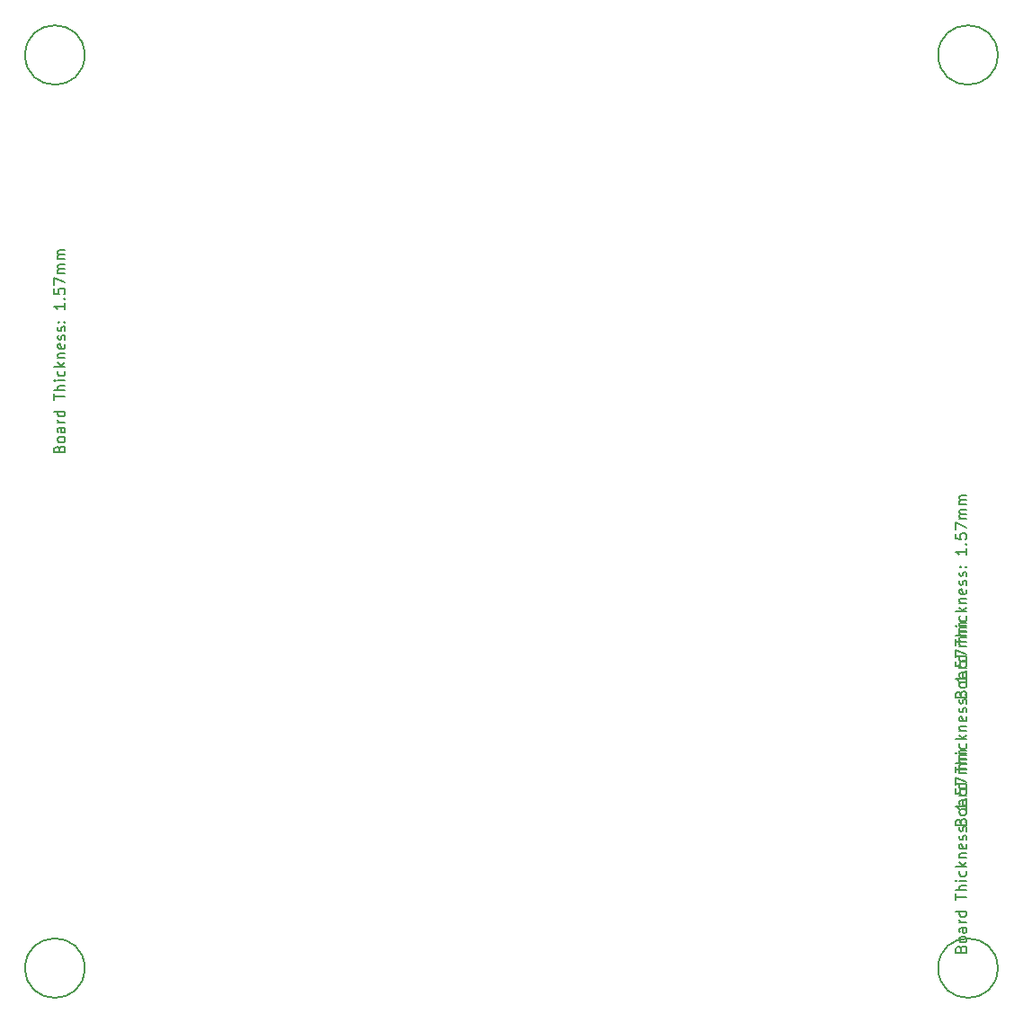
<source format=gbr>
%TF.GenerationSoftware,KiCad,Pcbnew,7.0.7*%
%TF.CreationDate,2023-12-06T15:46:57+00:00*%
%TF.ProjectId,Pi_TX_35W_PA_V2,50695f54-585f-4333-9557-5f50415f5632,rev?*%
%TF.SameCoordinates,Original*%
%TF.FileFunction,Other,Comment*%
%FSLAX46Y46*%
G04 Gerber Fmt 4.6, Leading zero omitted, Abs format (unit mm)*
G04 Created by KiCad (PCBNEW 7.0.7) date 2023-12-06 15:46:57*
%MOMM*%
%LPD*%
G01*
G04 APERTURE LIST*
%ADD10C,0.150000*%
G04 APERTURE END LIST*
D10*
X192331009Y-117190476D02*
X192378628Y-117047619D01*
X192378628Y-117047619D02*
X192426247Y-117000000D01*
X192426247Y-117000000D02*
X192521485Y-116952381D01*
X192521485Y-116952381D02*
X192664342Y-116952381D01*
X192664342Y-116952381D02*
X192759580Y-117000000D01*
X192759580Y-117000000D02*
X192807200Y-117047619D01*
X192807200Y-117047619D02*
X192854819Y-117142857D01*
X192854819Y-117142857D02*
X192854819Y-117523809D01*
X192854819Y-117523809D02*
X191854819Y-117523809D01*
X191854819Y-117523809D02*
X191854819Y-117190476D01*
X191854819Y-117190476D02*
X191902438Y-117095238D01*
X191902438Y-117095238D02*
X191950057Y-117047619D01*
X191950057Y-117047619D02*
X192045295Y-117000000D01*
X192045295Y-117000000D02*
X192140533Y-117000000D01*
X192140533Y-117000000D02*
X192235771Y-117047619D01*
X192235771Y-117047619D02*
X192283390Y-117095238D01*
X192283390Y-117095238D02*
X192331009Y-117190476D01*
X192331009Y-117190476D02*
X192331009Y-117523809D01*
X192854819Y-116380952D02*
X192807200Y-116476190D01*
X192807200Y-116476190D02*
X192759580Y-116523809D01*
X192759580Y-116523809D02*
X192664342Y-116571428D01*
X192664342Y-116571428D02*
X192378628Y-116571428D01*
X192378628Y-116571428D02*
X192283390Y-116523809D01*
X192283390Y-116523809D02*
X192235771Y-116476190D01*
X192235771Y-116476190D02*
X192188152Y-116380952D01*
X192188152Y-116380952D02*
X192188152Y-116238095D01*
X192188152Y-116238095D02*
X192235771Y-116142857D01*
X192235771Y-116142857D02*
X192283390Y-116095238D01*
X192283390Y-116095238D02*
X192378628Y-116047619D01*
X192378628Y-116047619D02*
X192664342Y-116047619D01*
X192664342Y-116047619D02*
X192759580Y-116095238D01*
X192759580Y-116095238D02*
X192807200Y-116142857D01*
X192807200Y-116142857D02*
X192854819Y-116238095D01*
X192854819Y-116238095D02*
X192854819Y-116380952D01*
X192854819Y-115190476D02*
X192331009Y-115190476D01*
X192331009Y-115190476D02*
X192235771Y-115238095D01*
X192235771Y-115238095D02*
X192188152Y-115333333D01*
X192188152Y-115333333D02*
X192188152Y-115523809D01*
X192188152Y-115523809D02*
X192235771Y-115619047D01*
X192807200Y-115190476D02*
X192854819Y-115285714D01*
X192854819Y-115285714D02*
X192854819Y-115523809D01*
X192854819Y-115523809D02*
X192807200Y-115619047D01*
X192807200Y-115619047D02*
X192711961Y-115666666D01*
X192711961Y-115666666D02*
X192616723Y-115666666D01*
X192616723Y-115666666D02*
X192521485Y-115619047D01*
X192521485Y-115619047D02*
X192473866Y-115523809D01*
X192473866Y-115523809D02*
X192473866Y-115285714D01*
X192473866Y-115285714D02*
X192426247Y-115190476D01*
X192854819Y-114714285D02*
X192188152Y-114714285D01*
X192378628Y-114714285D02*
X192283390Y-114666666D01*
X192283390Y-114666666D02*
X192235771Y-114619047D01*
X192235771Y-114619047D02*
X192188152Y-114523809D01*
X192188152Y-114523809D02*
X192188152Y-114428571D01*
X192854819Y-113666666D02*
X191854819Y-113666666D01*
X192807200Y-113666666D02*
X192854819Y-113761904D01*
X192854819Y-113761904D02*
X192854819Y-113952380D01*
X192854819Y-113952380D02*
X192807200Y-114047618D01*
X192807200Y-114047618D02*
X192759580Y-114095237D01*
X192759580Y-114095237D02*
X192664342Y-114142856D01*
X192664342Y-114142856D02*
X192378628Y-114142856D01*
X192378628Y-114142856D02*
X192283390Y-114095237D01*
X192283390Y-114095237D02*
X192235771Y-114047618D01*
X192235771Y-114047618D02*
X192188152Y-113952380D01*
X192188152Y-113952380D02*
X192188152Y-113761904D01*
X192188152Y-113761904D02*
X192235771Y-113666666D01*
X191854819Y-112571427D02*
X191854819Y-111999999D01*
X192854819Y-112285713D02*
X191854819Y-112285713D01*
X192854819Y-111666665D02*
X191854819Y-111666665D01*
X192854819Y-111238094D02*
X192331009Y-111238094D01*
X192331009Y-111238094D02*
X192235771Y-111285713D01*
X192235771Y-111285713D02*
X192188152Y-111380951D01*
X192188152Y-111380951D02*
X192188152Y-111523808D01*
X192188152Y-111523808D02*
X192235771Y-111619046D01*
X192235771Y-111619046D02*
X192283390Y-111666665D01*
X192854819Y-110761903D02*
X192188152Y-110761903D01*
X191854819Y-110761903D02*
X191902438Y-110809522D01*
X191902438Y-110809522D02*
X191950057Y-110761903D01*
X191950057Y-110761903D02*
X191902438Y-110714284D01*
X191902438Y-110714284D02*
X191854819Y-110761903D01*
X191854819Y-110761903D02*
X191950057Y-110761903D01*
X192807200Y-109857142D02*
X192854819Y-109952380D01*
X192854819Y-109952380D02*
X192854819Y-110142856D01*
X192854819Y-110142856D02*
X192807200Y-110238094D01*
X192807200Y-110238094D02*
X192759580Y-110285713D01*
X192759580Y-110285713D02*
X192664342Y-110333332D01*
X192664342Y-110333332D02*
X192378628Y-110333332D01*
X192378628Y-110333332D02*
X192283390Y-110285713D01*
X192283390Y-110285713D02*
X192235771Y-110238094D01*
X192235771Y-110238094D02*
X192188152Y-110142856D01*
X192188152Y-110142856D02*
X192188152Y-109952380D01*
X192188152Y-109952380D02*
X192235771Y-109857142D01*
X192854819Y-109428570D02*
X191854819Y-109428570D01*
X192473866Y-109333332D02*
X192854819Y-109047618D01*
X192188152Y-109047618D02*
X192569104Y-109428570D01*
X192188152Y-108619046D02*
X192854819Y-108619046D01*
X192283390Y-108619046D02*
X192235771Y-108571427D01*
X192235771Y-108571427D02*
X192188152Y-108476189D01*
X192188152Y-108476189D02*
X192188152Y-108333332D01*
X192188152Y-108333332D02*
X192235771Y-108238094D01*
X192235771Y-108238094D02*
X192331009Y-108190475D01*
X192331009Y-108190475D02*
X192854819Y-108190475D01*
X192807200Y-107333332D02*
X192854819Y-107428570D01*
X192854819Y-107428570D02*
X192854819Y-107619046D01*
X192854819Y-107619046D02*
X192807200Y-107714284D01*
X192807200Y-107714284D02*
X192711961Y-107761903D01*
X192711961Y-107761903D02*
X192331009Y-107761903D01*
X192331009Y-107761903D02*
X192235771Y-107714284D01*
X192235771Y-107714284D02*
X192188152Y-107619046D01*
X192188152Y-107619046D02*
X192188152Y-107428570D01*
X192188152Y-107428570D02*
X192235771Y-107333332D01*
X192235771Y-107333332D02*
X192331009Y-107285713D01*
X192331009Y-107285713D02*
X192426247Y-107285713D01*
X192426247Y-107285713D02*
X192521485Y-107761903D01*
X192807200Y-106904760D02*
X192854819Y-106809522D01*
X192854819Y-106809522D02*
X192854819Y-106619046D01*
X192854819Y-106619046D02*
X192807200Y-106523808D01*
X192807200Y-106523808D02*
X192711961Y-106476189D01*
X192711961Y-106476189D02*
X192664342Y-106476189D01*
X192664342Y-106476189D02*
X192569104Y-106523808D01*
X192569104Y-106523808D02*
X192521485Y-106619046D01*
X192521485Y-106619046D02*
X192521485Y-106761903D01*
X192521485Y-106761903D02*
X192473866Y-106857141D01*
X192473866Y-106857141D02*
X192378628Y-106904760D01*
X192378628Y-106904760D02*
X192331009Y-106904760D01*
X192331009Y-106904760D02*
X192235771Y-106857141D01*
X192235771Y-106857141D02*
X192188152Y-106761903D01*
X192188152Y-106761903D02*
X192188152Y-106619046D01*
X192188152Y-106619046D02*
X192235771Y-106523808D01*
X192807200Y-106095236D02*
X192854819Y-105999998D01*
X192854819Y-105999998D02*
X192854819Y-105809522D01*
X192854819Y-105809522D02*
X192807200Y-105714284D01*
X192807200Y-105714284D02*
X192711961Y-105666665D01*
X192711961Y-105666665D02*
X192664342Y-105666665D01*
X192664342Y-105666665D02*
X192569104Y-105714284D01*
X192569104Y-105714284D02*
X192521485Y-105809522D01*
X192521485Y-105809522D02*
X192521485Y-105952379D01*
X192521485Y-105952379D02*
X192473866Y-106047617D01*
X192473866Y-106047617D02*
X192378628Y-106095236D01*
X192378628Y-106095236D02*
X192331009Y-106095236D01*
X192331009Y-106095236D02*
X192235771Y-106047617D01*
X192235771Y-106047617D02*
X192188152Y-105952379D01*
X192188152Y-105952379D02*
X192188152Y-105809522D01*
X192188152Y-105809522D02*
X192235771Y-105714284D01*
X192759580Y-105238093D02*
X192807200Y-105190474D01*
X192807200Y-105190474D02*
X192854819Y-105238093D01*
X192854819Y-105238093D02*
X192807200Y-105285712D01*
X192807200Y-105285712D02*
X192759580Y-105238093D01*
X192759580Y-105238093D02*
X192854819Y-105238093D01*
X192235771Y-105238093D02*
X192283390Y-105190474D01*
X192283390Y-105190474D02*
X192331009Y-105238093D01*
X192331009Y-105238093D02*
X192283390Y-105285712D01*
X192283390Y-105285712D02*
X192235771Y-105238093D01*
X192235771Y-105238093D02*
X192331009Y-105238093D01*
X192854819Y-103476189D02*
X192854819Y-104047617D01*
X192854819Y-103761903D02*
X191854819Y-103761903D01*
X191854819Y-103761903D02*
X191997676Y-103857141D01*
X191997676Y-103857141D02*
X192092914Y-103952379D01*
X192092914Y-103952379D02*
X192140533Y-104047617D01*
X192759580Y-103047617D02*
X192807200Y-102999998D01*
X192807200Y-102999998D02*
X192854819Y-103047617D01*
X192854819Y-103047617D02*
X192807200Y-103095236D01*
X192807200Y-103095236D02*
X192759580Y-103047617D01*
X192759580Y-103047617D02*
X192854819Y-103047617D01*
X191854819Y-102095237D02*
X191854819Y-102571427D01*
X191854819Y-102571427D02*
X192331009Y-102619046D01*
X192331009Y-102619046D02*
X192283390Y-102571427D01*
X192283390Y-102571427D02*
X192235771Y-102476189D01*
X192235771Y-102476189D02*
X192235771Y-102238094D01*
X192235771Y-102238094D02*
X192283390Y-102142856D01*
X192283390Y-102142856D02*
X192331009Y-102095237D01*
X192331009Y-102095237D02*
X192426247Y-102047618D01*
X192426247Y-102047618D02*
X192664342Y-102047618D01*
X192664342Y-102047618D02*
X192759580Y-102095237D01*
X192759580Y-102095237D02*
X192807200Y-102142856D01*
X192807200Y-102142856D02*
X192854819Y-102238094D01*
X192854819Y-102238094D02*
X192854819Y-102476189D01*
X192854819Y-102476189D02*
X192807200Y-102571427D01*
X192807200Y-102571427D02*
X192759580Y-102619046D01*
X191854819Y-101714284D02*
X191854819Y-101047618D01*
X191854819Y-101047618D02*
X192854819Y-101476189D01*
X192854819Y-100666665D02*
X192188152Y-100666665D01*
X192283390Y-100666665D02*
X192235771Y-100619046D01*
X192235771Y-100619046D02*
X192188152Y-100523808D01*
X192188152Y-100523808D02*
X192188152Y-100380951D01*
X192188152Y-100380951D02*
X192235771Y-100285713D01*
X192235771Y-100285713D02*
X192331009Y-100238094D01*
X192331009Y-100238094D02*
X192854819Y-100238094D01*
X192331009Y-100238094D02*
X192235771Y-100190475D01*
X192235771Y-100190475D02*
X192188152Y-100095237D01*
X192188152Y-100095237D02*
X192188152Y-99952380D01*
X192188152Y-99952380D02*
X192235771Y-99857141D01*
X192235771Y-99857141D02*
X192331009Y-99809522D01*
X192331009Y-99809522D02*
X192854819Y-99809522D01*
X192854819Y-99333332D02*
X192188152Y-99333332D01*
X192283390Y-99333332D02*
X192235771Y-99285713D01*
X192235771Y-99285713D02*
X192188152Y-99190475D01*
X192188152Y-99190475D02*
X192188152Y-99047618D01*
X192188152Y-99047618D02*
X192235771Y-98952380D01*
X192235771Y-98952380D02*
X192331009Y-98904761D01*
X192331009Y-98904761D02*
X192854819Y-98904761D01*
X192331009Y-98904761D02*
X192235771Y-98857142D01*
X192235771Y-98857142D02*
X192188152Y-98761904D01*
X192188152Y-98761904D02*
X192188152Y-98619047D01*
X192188152Y-98619047D02*
X192235771Y-98523808D01*
X192235771Y-98523808D02*
X192331009Y-98476189D01*
X192331009Y-98476189D02*
X192854819Y-98476189D01*
X192331009Y-129190476D02*
X192378628Y-129047619D01*
X192378628Y-129047619D02*
X192426247Y-129000000D01*
X192426247Y-129000000D02*
X192521485Y-128952381D01*
X192521485Y-128952381D02*
X192664342Y-128952381D01*
X192664342Y-128952381D02*
X192759580Y-129000000D01*
X192759580Y-129000000D02*
X192807200Y-129047619D01*
X192807200Y-129047619D02*
X192854819Y-129142857D01*
X192854819Y-129142857D02*
X192854819Y-129523809D01*
X192854819Y-129523809D02*
X191854819Y-129523809D01*
X191854819Y-129523809D02*
X191854819Y-129190476D01*
X191854819Y-129190476D02*
X191902438Y-129095238D01*
X191902438Y-129095238D02*
X191950057Y-129047619D01*
X191950057Y-129047619D02*
X192045295Y-129000000D01*
X192045295Y-129000000D02*
X192140533Y-129000000D01*
X192140533Y-129000000D02*
X192235771Y-129047619D01*
X192235771Y-129047619D02*
X192283390Y-129095238D01*
X192283390Y-129095238D02*
X192331009Y-129190476D01*
X192331009Y-129190476D02*
X192331009Y-129523809D01*
X192854819Y-128380952D02*
X192807200Y-128476190D01*
X192807200Y-128476190D02*
X192759580Y-128523809D01*
X192759580Y-128523809D02*
X192664342Y-128571428D01*
X192664342Y-128571428D02*
X192378628Y-128571428D01*
X192378628Y-128571428D02*
X192283390Y-128523809D01*
X192283390Y-128523809D02*
X192235771Y-128476190D01*
X192235771Y-128476190D02*
X192188152Y-128380952D01*
X192188152Y-128380952D02*
X192188152Y-128238095D01*
X192188152Y-128238095D02*
X192235771Y-128142857D01*
X192235771Y-128142857D02*
X192283390Y-128095238D01*
X192283390Y-128095238D02*
X192378628Y-128047619D01*
X192378628Y-128047619D02*
X192664342Y-128047619D01*
X192664342Y-128047619D02*
X192759580Y-128095238D01*
X192759580Y-128095238D02*
X192807200Y-128142857D01*
X192807200Y-128142857D02*
X192854819Y-128238095D01*
X192854819Y-128238095D02*
X192854819Y-128380952D01*
X192854819Y-127190476D02*
X192331009Y-127190476D01*
X192331009Y-127190476D02*
X192235771Y-127238095D01*
X192235771Y-127238095D02*
X192188152Y-127333333D01*
X192188152Y-127333333D02*
X192188152Y-127523809D01*
X192188152Y-127523809D02*
X192235771Y-127619047D01*
X192807200Y-127190476D02*
X192854819Y-127285714D01*
X192854819Y-127285714D02*
X192854819Y-127523809D01*
X192854819Y-127523809D02*
X192807200Y-127619047D01*
X192807200Y-127619047D02*
X192711961Y-127666666D01*
X192711961Y-127666666D02*
X192616723Y-127666666D01*
X192616723Y-127666666D02*
X192521485Y-127619047D01*
X192521485Y-127619047D02*
X192473866Y-127523809D01*
X192473866Y-127523809D02*
X192473866Y-127285714D01*
X192473866Y-127285714D02*
X192426247Y-127190476D01*
X192854819Y-126714285D02*
X192188152Y-126714285D01*
X192378628Y-126714285D02*
X192283390Y-126666666D01*
X192283390Y-126666666D02*
X192235771Y-126619047D01*
X192235771Y-126619047D02*
X192188152Y-126523809D01*
X192188152Y-126523809D02*
X192188152Y-126428571D01*
X192854819Y-125666666D02*
X191854819Y-125666666D01*
X192807200Y-125666666D02*
X192854819Y-125761904D01*
X192854819Y-125761904D02*
X192854819Y-125952380D01*
X192854819Y-125952380D02*
X192807200Y-126047618D01*
X192807200Y-126047618D02*
X192759580Y-126095237D01*
X192759580Y-126095237D02*
X192664342Y-126142856D01*
X192664342Y-126142856D02*
X192378628Y-126142856D01*
X192378628Y-126142856D02*
X192283390Y-126095237D01*
X192283390Y-126095237D02*
X192235771Y-126047618D01*
X192235771Y-126047618D02*
X192188152Y-125952380D01*
X192188152Y-125952380D02*
X192188152Y-125761904D01*
X192188152Y-125761904D02*
X192235771Y-125666666D01*
X191854819Y-124571427D02*
X191854819Y-123999999D01*
X192854819Y-124285713D02*
X191854819Y-124285713D01*
X192854819Y-123666665D02*
X191854819Y-123666665D01*
X192854819Y-123238094D02*
X192331009Y-123238094D01*
X192331009Y-123238094D02*
X192235771Y-123285713D01*
X192235771Y-123285713D02*
X192188152Y-123380951D01*
X192188152Y-123380951D02*
X192188152Y-123523808D01*
X192188152Y-123523808D02*
X192235771Y-123619046D01*
X192235771Y-123619046D02*
X192283390Y-123666665D01*
X192854819Y-122761903D02*
X192188152Y-122761903D01*
X191854819Y-122761903D02*
X191902438Y-122809522D01*
X191902438Y-122809522D02*
X191950057Y-122761903D01*
X191950057Y-122761903D02*
X191902438Y-122714284D01*
X191902438Y-122714284D02*
X191854819Y-122761903D01*
X191854819Y-122761903D02*
X191950057Y-122761903D01*
X192807200Y-121857142D02*
X192854819Y-121952380D01*
X192854819Y-121952380D02*
X192854819Y-122142856D01*
X192854819Y-122142856D02*
X192807200Y-122238094D01*
X192807200Y-122238094D02*
X192759580Y-122285713D01*
X192759580Y-122285713D02*
X192664342Y-122333332D01*
X192664342Y-122333332D02*
X192378628Y-122333332D01*
X192378628Y-122333332D02*
X192283390Y-122285713D01*
X192283390Y-122285713D02*
X192235771Y-122238094D01*
X192235771Y-122238094D02*
X192188152Y-122142856D01*
X192188152Y-122142856D02*
X192188152Y-121952380D01*
X192188152Y-121952380D02*
X192235771Y-121857142D01*
X192854819Y-121428570D02*
X191854819Y-121428570D01*
X192473866Y-121333332D02*
X192854819Y-121047618D01*
X192188152Y-121047618D02*
X192569104Y-121428570D01*
X192188152Y-120619046D02*
X192854819Y-120619046D01*
X192283390Y-120619046D02*
X192235771Y-120571427D01*
X192235771Y-120571427D02*
X192188152Y-120476189D01*
X192188152Y-120476189D02*
X192188152Y-120333332D01*
X192188152Y-120333332D02*
X192235771Y-120238094D01*
X192235771Y-120238094D02*
X192331009Y-120190475D01*
X192331009Y-120190475D02*
X192854819Y-120190475D01*
X192807200Y-119333332D02*
X192854819Y-119428570D01*
X192854819Y-119428570D02*
X192854819Y-119619046D01*
X192854819Y-119619046D02*
X192807200Y-119714284D01*
X192807200Y-119714284D02*
X192711961Y-119761903D01*
X192711961Y-119761903D02*
X192331009Y-119761903D01*
X192331009Y-119761903D02*
X192235771Y-119714284D01*
X192235771Y-119714284D02*
X192188152Y-119619046D01*
X192188152Y-119619046D02*
X192188152Y-119428570D01*
X192188152Y-119428570D02*
X192235771Y-119333332D01*
X192235771Y-119333332D02*
X192331009Y-119285713D01*
X192331009Y-119285713D02*
X192426247Y-119285713D01*
X192426247Y-119285713D02*
X192521485Y-119761903D01*
X192807200Y-118904760D02*
X192854819Y-118809522D01*
X192854819Y-118809522D02*
X192854819Y-118619046D01*
X192854819Y-118619046D02*
X192807200Y-118523808D01*
X192807200Y-118523808D02*
X192711961Y-118476189D01*
X192711961Y-118476189D02*
X192664342Y-118476189D01*
X192664342Y-118476189D02*
X192569104Y-118523808D01*
X192569104Y-118523808D02*
X192521485Y-118619046D01*
X192521485Y-118619046D02*
X192521485Y-118761903D01*
X192521485Y-118761903D02*
X192473866Y-118857141D01*
X192473866Y-118857141D02*
X192378628Y-118904760D01*
X192378628Y-118904760D02*
X192331009Y-118904760D01*
X192331009Y-118904760D02*
X192235771Y-118857141D01*
X192235771Y-118857141D02*
X192188152Y-118761903D01*
X192188152Y-118761903D02*
X192188152Y-118619046D01*
X192188152Y-118619046D02*
X192235771Y-118523808D01*
X192807200Y-118095236D02*
X192854819Y-117999998D01*
X192854819Y-117999998D02*
X192854819Y-117809522D01*
X192854819Y-117809522D02*
X192807200Y-117714284D01*
X192807200Y-117714284D02*
X192711961Y-117666665D01*
X192711961Y-117666665D02*
X192664342Y-117666665D01*
X192664342Y-117666665D02*
X192569104Y-117714284D01*
X192569104Y-117714284D02*
X192521485Y-117809522D01*
X192521485Y-117809522D02*
X192521485Y-117952379D01*
X192521485Y-117952379D02*
X192473866Y-118047617D01*
X192473866Y-118047617D02*
X192378628Y-118095236D01*
X192378628Y-118095236D02*
X192331009Y-118095236D01*
X192331009Y-118095236D02*
X192235771Y-118047617D01*
X192235771Y-118047617D02*
X192188152Y-117952379D01*
X192188152Y-117952379D02*
X192188152Y-117809522D01*
X192188152Y-117809522D02*
X192235771Y-117714284D01*
X192759580Y-117238093D02*
X192807200Y-117190474D01*
X192807200Y-117190474D02*
X192854819Y-117238093D01*
X192854819Y-117238093D02*
X192807200Y-117285712D01*
X192807200Y-117285712D02*
X192759580Y-117238093D01*
X192759580Y-117238093D02*
X192854819Y-117238093D01*
X192235771Y-117238093D02*
X192283390Y-117190474D01*
X192283390Y-117190474D02*
X192331009Y-117238093D01*
X192331009Y-117238093D02*
X192283390Y-117285712D01*
X192283390Y-117285712D02*
X192235771Y-117238093D01*
X192235771Y-117238093D02*
X192331009Y-117238093D01*
X192854819Y-115476189D02*
X192854819Y-116047617D01*
X192854819Y-115761903D02*
X191854819Y-115761903D01*
X191854819Y-115761903D02*
X191997676Y-115857141D01*
X191997676Y-115857141D02*
X192092914Y-115952379D01*
X192092914Y-115952379D02*
X192140533Y-116047617D01*
X192759580Y-115047617D02*
X192807200Y-114999998D01*
X192807200Y-114999998D02*
X192854819Y-115047617D01*
X192854819Y-115047617D02*
X192807200Y-115095236D01*
X192807200Y-115095236D02*
X192759580Y-115047617D01*
X192759580Y-115047617D02*
X192854819Y-115047617D01*
X191854819Y-114095237D02*
X191854819Y-114571427D01*
X191854819Y-114571427D02*
X192331009Y-114619046D01*
X192331009Y-114619046D02*
X192283390Y-114571427D01*
X192283390Y-114571427D02*
X192235771Y-114476189D01*
X192235771Y-114476189D02*
X192235771Y-114238094D01*
X192235771Y-114238094D02*
X192283390Y-114142856D01*
X192283390Y-114142856D02*
X192331009Y-114095237D01*
X192331009Y-114095237D02*
X192426247Y-114047618D01*
X192426247Y-114047618D02*
X192664342Y-114047618D01*
X192664342Y-114047618D02*
X192759580Y-114095237D01*
X192759580Y-114095237D02*
X192807200Y-114142856D01*
X192807200Y-114142856D02*
X192854819Y-114238094D01*
X192854819Y-114238094D02*
X192854819Y-114476189D01*
X192854819Y-114476189D02*
X192807200Y-114571427D01*
X192807200Y-114571427D02*
X192759580Y-114619046D01*
X191854819Y-113714284D02*
X191854819Y-113047618D01*
X191854819Y-113047618D02*
X192854819Y-113476189D01*
X192854819Y-112666665D02*
X192188152Y-112666665D01*
X192283390Y-112666665D02*
X192235771Y-112619046D01*
X192235771Y-112619046D02*
X192188152Y-112523808D01*
X192188152Y-112523808D02*
X192188152Y-112380951D01*
X192188152Y-112380951D02*
X192235771Y-112285713D01*
X192235771Y-112285713D02*
X192331009Y-112238094D01*
X192331009Y-112238094D02*
X192854819Y-112238094D01*
X192331009Y-112238094D02*
X192235771Y-112190475D01*
X192235771Y-112190475D02*
X192188152Y-112095237D01*
X192188152Y-112095237D02*
X192188152Y-111952380D01*
X192188152Y-111952380D02*
X192235771Y-111857141D01*
X192235771Y-111857141D02*
X192331009Y-111809522D01*
X192331009Y-111809522D02*
X192854819Y-111809522D01*
X192854819Y-111333332D02*
X192188152Y-111333332D01*
X192283390Y-111333332D02*
X192235771Y-111285713D01*
X192235771Y-111285713D02*
X192188152Y-111190475D01*
X192188152Y-111190475D02*
X192188152Y-111047618D01*
X192188152Y-111047618D02*
X192235771Y-110952380D01*
X192235771Y-110952380D02*
X192331009Y-110904761D01*
X192331009Y-110904761D02*
X192854819Y-110904761D01*
X192331009Y-110904761D02*
X192235771Y-110857142D01*
X192235771Y-110857142D02*
X192188152Y-110761904D01*
X192188152Y-110761904D02*
X192188152Y-110619047D01*
X192188152Y-110619047D02*
X192235771Y-110523808D01*
X192235771Y-110523808D02*
X192331009Y-110476189D01*
X192331009Y-110476189D02*
X192854819Y-110476189D01*
X192331009Y-141190476D02*
X192378628Y-141047619D01*
X192378628Y-141047619D02*
X192426247Y-141000000D01*
X192426247Y-141000000D02*
X192521485Y-140952381D01*
X192521485Y-140952381D02*
X192664342Y-140952381D01*
X192664342Y-140952381D02*
X192759580Y-141000000D01*
X192759580Y-141000000D02*
X192807200Y-141047619D01*
X192807200Y-141047619D02*
X192854819Y-141142857D01*
X192854819Y-141142857D02*
X192854819Y-141523809D01*
X192854819Y-141523809D02*
X191854819Y-141523809D01*
X191854819Y-141523809D02*
X191854819Y-141190476D01*
X191854819Y-141190476D02*
X191902438Y-141095238D01*
X191902438Y-141095238D02*
X191950057Y-141047619D01*
X191950057Y-141047619D02*
X192045295Y-141000000D01*
X192045295Y-141000000D02*
X192140533Y-141000000D01*
X192140533Y-141000000D02*
X192235771Y-141047619D01*
X192235771Y-141047619D02*
X192283390Y-141095238D01*
X192283390Y-141095238D02*
X192331009Y-141190476D01*
X192331009Y-141190476D02*
X192331009Y-141523809D01*
X192854819Y-140380952D02*
X192807200Y-140476190D01*
X192807200Y-140476190D02*
X192759580Y-140523809D01*
X192759580Y-140523809D02*
X192664342Y-140571428D01*
X192664342Y-140571428D02*
X192378628Y-140571428D01*
X192378628Y-140571428D02*
X192283390Y-140523809D01*
X192283390Y-140523809D02*
X192235771Y-140476190D01*
X192235771Y-140476190D02*
X192188152Y-140380952D01*
X192188152Y-140380952D02*
X192188152Y-140238095D01*
X192188152Y-140238095D02*
X192235771Y-140142857D01*
X192235771Y-140142857D02*
X192283390Y-140095238D01*
X192283390Y-140095238D02*
X192378628Y-140047619D01*
X192378628Y-140047619D02*
X192664342Y-140047619D01*
X192664342Y-140047619D02*
X192759580Y-140095238D01*
X192759580Y-140095238D02*
X192807200Y-140142857D01*
X192807200Y-140142857D02*
X192854819Y-140238095D01*
X192854819Y-140238095D02*
X192854819Y-140380952D01*
X192854819Y-139190476D02*
X192331009Y-139190476D01*
X192331009Y-139190476D02*
X192235771Y-139238095D01*
X192235771Y-139238095D02*
X192188152Y-139333333D01*
X192188152Y-139333333D02*
X192188152Y-139523809D01*
X192188152Y-139523809D02*
X192235771Y-139619047D01*
X192807200Y-139190476D02*
X192854819Y-139285714D01*
X192854819Y-139285714D02*
X192854819Y-139523809D01*
X192854819Y-139523809D02*
X192807200Y-139619047D01*
X192807200Y-139619047D02*
X192711961Y-139666666D01*
X192711961Y-139666666D02*
X192616723Y-139666666D01*
X192616723Y-139666666D02*
X192521485Y-139619047D01*
X192521485Y-139619047D02*
X192473866Y-139523809D01*
X192473866Y-139523809D02*
X192473866Y-139285714D01*
X192473866Y-139285714D02*
X192426247Y-139190476D01*
X192854819Y-138714285D02*
X192188152Y-138714285D01*
X192378628Y-138714285D02*
X192283390Y-138666666D01*
X192283390Y-138666666D02*
X192235771Y-138619047D01*
X192235771Y-138619047D02*
X192188152Y-138523809D01*
X192188152Y-138523809D02*
X192188152Y-138428571D01*
X192854819Y-137666666D02*
X191854819Y-137666666D01*
X192807200Y-137666666D02*
X192854819Y-137761904D01*
X192854819Y-137761904D02*
X192854819Y-137952380D01*
X192854819Y-137952380D02*
X192807200Y-138047618D01*
X192807200Y-138047618D02*
X192759580Y-138095237D01*
X192759580Y-138095237D02*
X192664342Y-138142856D01*
X192664342Y-138142856D02*
X192378628Y-138142856D01*
X192378628Y-138142856D02*
X192283390Y-138095237D01*
X192283390Y-138095237D02*
X192235771Y-138047618D01*
X192235771Y-138047618D02*
X192188152Y-137952380D01*
X192188152Y-137952380D02*
X192188152Y-137761904D01*
X192188152Y-137761904D02*
X192235771Y-137666666D01*
X191854819Y-136571427D02*
X191854819Y-135999999D01*
X192854819Y-136285713D02*
X191854819Y-136285713D01*
X192854819Y-135666665D02*
X191854819Y-135666665D01*
X192854819Y-135238094D02*
X192331009Y-135238094D01*
X192331009Y-135238094D02*
X192235771Y-135285713D01*
X192235771Y-135285713D02*
X192188152Y-135380951D01*
X192188152Y-135380951D02*
X192188152Y-135523808D01*
X192188152Y-135523808D02*
X192235771Y-135619046D01*
X192235771Y-135619046D02*
X192283390Y-135666665D01*
X192854819Y-134761903D02*
X192188152Y-134761903D01*
X191854819Y-134761903D02*
X191902438Y-134809522D01*
X191902438Y-134809522D02*
X191950057Y-134761903D01*
X191950057Y-134761903D02*
X191902438Y-134714284D01*
X191902438Y-134714284D02*
X191854819Y-134761903D01*
X191854819Y-134761903D02*
X191950057Y-134761903D01*
X192807200Y-133857142D02*
X192854819Y-133952380D01*
X192854819Y-133952380D02*
X192854819Y-134142856D01*
X192854819Y-134142856D02*
X192807200Y-134238094D01*
X192807200Y-134238094D02*
X192759580Y-134285713D01*
X192759580Y-134285713D02*
X192664342Y-134333332D01*
X192664342Y-134333332D02*
X192378628Y-134333332D01*
X192378628Y-134333332D02*
X192283390Y-134285713D01*
X192283390Y-134285713D02*
X192235771Y-134238094D01*
X192235771Y-134238094D02*
X192188152Y-134142856D01*
X192188152Y-134142856D02*
X192188152Y-133952380D01*
X192188152Y-133952380D02*
X192235771Y-133857142D01*
X192854819Y-133428570D02*
X191854819Y-133428570D01*
X192473866Y-133333332D02*
X192854819Y-133047618D01*
X192188152Y-133047618D02*
X192569104Y-133428570D01*
X192188152Y-132619046D02*
X192854819Y-132619046D01*
X192283390Y-132619046D02*
X192235771Y-132571427D01*
X192235771Y-132571427D02*
X192188152Y-132476189D01*
X192188152Y-132476189D02*
X192188152Y-132333332D01*
X192188152Y-132333332D02*
X192235771Y-132238094D01*
X192235771Y-132238094D02*
X192331009Y-132190475D01*
X192331009Y-132190475D02*
X192854819Y-132190475D01*
X192807200Y-131333332D02*
X192854819Y-131428570D01*
X192854819Y-131428570D02*
X192854819Y-131619046D01*
X192854819Y-131619046D02*
X192807200Y-131714284D01*
X192807200Y-131714284D02*
X192711961Y-131761903D01*
X192711961Y-131761903D02*
X192331009Y-131761903D01*
X192331009Y-131761903D02*
X192235771Y-131714284D01*
X192235771Y-131714284D02*
X192188152Y-131619046D01*
X192188152Y-131619046D02*
X192188152Y-131428570D01*
X192188152Y-131428570D02*
X192235771Y-131333332D01*
X192235771Y-131333332D02*
X192331009Y-131285713D01*
X192331009Y-131285713D02*
X192426247Y-131285713D01*
X192426247Y-131285713D02*
X192521485Y-131761903D01*
X192807200Y-130904760D02*
X192854819Y-130809522D01*
X192854819Y-130809522D02*
X192854819Y-130619046D01*
X192854819Y-130619046D02*
X192807200Y-130523808D01*
X192807200Y-130523808D02*
X192711961Y-130476189D01*
X192711961Y-130476189D02*
X192664342Y-130476189D01*
X192664342Y-130476189D02*
X192569104Y-130523808D01*
X192569104Y-130523808D02*
X192521485Y-130619046D01*
X192521485Y-130619046D02*
X192521485Y-130761903D01*
X192521485Y-130761903D02*
X192473866Y-130857141D01*
X192473866Y-130857141D02*
X192378628Y-130904760D01*
X192378628Y-130904760D02*
X192331009Y-130904760D01*
X192331009Y-130904760D02*
X192235771Y-130857141D01*
X192235771Y-130857141D02*
X192188152Y-130761903D01*
X192188152Y-130761903D02*
X192188152Y-130619046D01*
X192188152Y-130619046D02*
X192235771Y-130523808D01*
X192807200Y-130095236D02*
X192854819Y-129999998D01*
X192854819Y-129999998D02*
X192854819Y-129809522D01*
X192854819Y-129809522D02*
X192807200Y-129714284D01*
X192807200Y-129714284D02*
X192711961Y-129666665D01*
X192711961Y-129666665D02*
X192664342Y-129666665D01*
X192664342Y-129666665D02*
X192569104Y-129714284D01*
X192569104Y-129714284D02*
X192521485Y-129809522D01*
X192521485Y-129809522D02*
X192521485Y-129952379D01*
X192521485Y-129952379D02*
X192473866Y-130047617D01*
X192473866Y-130047617D02*
X192378628Y-130095236D01*
X192378628Y-130095236D02*
X192331009Y-130095236D01*
X192331009Y-130095236D02*
X192235771Y-130047617D01*
X192235771Y-130047617D02*
X192188152Y-129952379D01*
X192188152Y-129952379D02*
X192188152Y-129809522D01*
X192188152Y-129809522D02*
X192235771Y-129714284D01*
X192759580Y-129238093D02*
X192807200Y-129190474D01*
X192807200Y-129190474D02*
X192854819Y-129238093D01*
X192854819Y-129238093D02*
X192807200Y-129285712D01*
X192807200Y-129285712D02*
X192759580Y-129238093D01*
X192759580Y-129238093D02*
X192854819Y-129238093D01*
X192235771Y-129238093D02*
X192283390Y-129190474D01*
X192283390Y-129190474D02*
X192331009Y-129238093D01*
X192331009Y-129238093D02*
X192283390Y-129285712D01*
X192283390Y-129285712D02*
X192235771Y-129238093D01*
X192235771Y-129238093D02*
X192331009Y-129238093D01*
X192854819Y-127476189D02*
X192854819Y-128047617D01*
X192854819Y-127761903D02*
X191854819Y-127761903D01*
X191854819Y-127761903D02*
X191997676Y-127857141D01*
X191997676Y-127857141D02*
X192092914Y-127952379D01*
X192092914Y-127952379D02*
X192140533Y-128047617D01*
X192759580Y-127047617D02*
X192807200Y-126999998D01*
X192807200Y-126999998D02*
X192854819Y-127047617D01*
X192854819Y-127047617D02*
X192807200Y-127095236D01*
X192807200Y-127095236D02*
X192759580Y-127047617D01*
X192759580Y-127047617D02*
X192854819Y-127047617D01*
X191854819Y-126095237D02*
X191854819Y-126571427D01*
X191854819Y-126571427D02*
X192331009Y-126619046D01*
X192331009Y-126619046D02*
X192283390Y-126571427D01*
X192283390Y-126571427D02*
X192235771Y-126476189D01*
X192235771Y-126476189D02*
X192235771Y-126238094D01*
X192235771Y-126238094D02*
X192283390Y-126142856D01*
X192283390Y-126142856D02*
X192331009Y-126095237D01*
X192331009Y-126095237D02*
X192426247Y-126047618D01*
X192426247Y-126047618D02*
X192664342Y-126047618D01*
X192664342Y-126047618D02*
X192759580Y-126095237D01*
X192759580Y-126095237D02*
X192807200Y-126142856D01*
X192807200Y-126142856D02*
X192854819Y-126238094D01*
X192854819Y-126238094D02*
X192854819Y-126476189D01*
X192854819Y-126476189D02*
X192807200Y-126571427D01*
X192807200Y-126571427D02*
X192759580Y-126619046D01*
X191854819Y-125714284D02*
X191854819Y-125047618D01*
X191854819Y-125047618D02*
X192854819Y-125476189D01*
X192854819Y-124666665D02*
X192188152Y-124666665D01*
X192283390Y-124666665D02*
X192235771Y-124619046D01*
X192235771Y-124619046D02*
X192188152Y-124523808D01*
X192188152Y-124523808D02*
X192188152Y-124380951D01*
X192188152Y-124380951D02*
X192235771Y-124285713D01*
X192235771Y-124285713D02*
X192331009Y-124238094D01*
X192331009Y-124238094D02*
X192854819Y-124238094D01*
X192331009Y-124238094D02*
X192235771Y-124190475D01*
X192235771Y-124190475D02*
X192188152Y-124095237D01*
X192188152Y-124095237D02*
X192188152Y-123952380D01*
X192188152Y-123952380D02*
X192235771Y-123857141D01*
X192235771Y-123857141D02*
X192331009Y-123809522D01*
X192331009Y-123809522D02*
X192854819Y-123809522D01*
X192854819Y-123333332D02*
X192188152Y-123333332D01*
X192283390Y-123333332D02*
X192235771Y-123285713D01*
X192235771Y-123285713D02*
X192188152Y-123190475D01*
X192188152Y-123190475D02*
X192188152Y-123047618D01*
X192188152Y-123047618D02*
X192235771Y-122952380D01*
X192235771Y-122952380D02*
X192331009Y-122904761D01*
X192331009Y-122904761D02*
X192854819Y-122904761D01*
X192331009Y-122904761D02*
X192235771Y-122857142D01*
X192235771Y-122857142D02*
X192188152Y-122761904D01*
X192188152Y-122761904D02*
X192188152Y-122619047D01*
X192188152Y-122619047D02*
X192235771Y-122523808D01*
X192235771Y-122523808D02*
X192331009Y-122476189D01*
X192331009Y-122476189D02*
X192854819Y-122476189D01*
X107421009Y-94100476D02*
X107468628Y-93957619D01*
X107468628Y-93957619D02*
X107516247Y-93910000D01*
X107516247Y-93910000D02*
X107611485Y-93862381D01*
X107611485Y-93862381D02*
X107754342Y-93862381D01*
X107754342Y-93862381D02*
X107849580Y-93910000D01*
X107849580Y-93910000D02*
X107897200Y-93957619D01*
X107897200Y-93957619D02*
X107944819Y-94052857D01*
X107944819Y-94052857D02*
X107944819Y-94433809D01*
X107944819Y-94433809D02*
X106944819Y-94433809D01*
X106944819Y-94433809D02*
X106944819Y-94100476D01*
X106944819Y-94100476D02*
X106992438Y-94005238D01*
X106992438Y-94005238D02*
X107040057Y-93957619D01*
X107040057Y-93957619D02*
X107135295Y-93910000D01*
X107135295Y-93910000D02*
X107230533Y-93910000D01*
X107230533Y-93910000D02*
X107325771Y-93957619D01*
X107325771Y-93957619D02*
X107373390Y-94005238D01*
X107373390Y-94005238D02*
X107421009Y-94100476D01*
X107421009Y-94100476D02*
X107421009Y-94433809D01*
X107944819Y-93290952D02*
X107897200Y-93386190D01*
X107897200Y-93386190D02*
X107849580Y-93433809D01*
X107849580Y-93433809D02*
X107754342Y-93481428D01*
X107754342Y-93481428D02*
X107468628Y-93481428D01*
X107468628Y-93481428D02*
X107373390Y-93433809D01*
X107373390Y-93433809D02*
X107325771Y-93386190D01*
X107325771Y-93386190D02*
X107278152Y-93290952D01*
X107278152Y-93290952D02*
X107278152Y-93148095D01*
X107278152Y-93148095D02*
X107325771Y-93052857D01*
X107325771Y-93052857D02*
X107373390Y-93005238D01*
X107373390Y-93005238D02*
X107468628Y-92957619D01*
X107468628Y-92957619D02*
X107754342Y-92957619D01*
X107754342Y-92957619D02*
X107849580Y-93005238D01*
X107849580Y-93005238D02*
X107897200Y-93052857D01*
X107897200Y-93052857D02*
X107944819Y-93148095D01*
X107944819Y-93148095D02*
X107944819Y-93290952D01*
X107944819Y-92100476D02*
X107421009Y-92100476D01*
X107421009Y-92100476D02*
X107325771Y-92148095D01*
X107325771Y-92148095D02*
X107278152Y-92243333D01*
X107278152Y-92243333D02*
X107278152Y-92433809D01*
X107278152Y-92433809D02*
X107325771Y-92529047D01*
X107897200Y-92100476D02*
X107944819Y-92195714D01*
X107944819Y-92195714D02*
X107944819Y-92433809D01*
X107944819Y-92433809D02*
X107897200Y-92529047D01*
X107897200Y-92529047D02*
X107801961Y-92576666D01*
X107801961Y-92576666D02*
X107706723Y-92576666D01*
X107706723Y-92576666D02*
X107611485Y-92529047D01*
X107611485Y-92529047D02*
X107563866Y-92433809D01*
X107563866Y-92433809D02*
X107563866Y-92195714D01*
X107563866Y-92195714D02*
X107516247Y-92100476D01*
X107944819Y-91624285D02*
X107278152Y-91624285D01*
X107468628Y-91624285D02*
X107373390Y-91576666D01*
X107373390Y-91576666D02*
X107325771Y-91529047D01*
X107325771Y-91529047D02*
X107278152Y-91433809D01*
X107278152Y-91433809D02*
X107278152Y-91338571D01*
X107944819Y-90576666D02*
X106944819Y-90576666D01*
X107897200Y-90576666D02*
X107944819Y-90671904D01*
X107944819Y-90671904D02*
X107944819Y-90862380D01*
X107944819Y-90862380D02*
X107897200Y-90957618D01*
X107897200Y-90957618D02*
X107849580Y-91005237D01*
X107849580Y-91005237D02*
X107754342Y-91052856D01*
X107754342Y-91052856D02*
X107468628Y-91052856D01*
X107468628Y-91052856D02*
X107373390Y-91005237D01*
X107373390Y-91005237D02*
X107325771Y-90957618D01*
X107325771Y-90957618D02*
X107278152Y-90862380D01*
X107278152Y-90862380D02*
X107278152Y-90671904D01*
X107278152Y-90671904D02*
X107325771Y-90576666D01*
X106944819Y-89481427D02*
X106944819Y-88909999D01*
X107944819Y-89195713D02*
X106944819Y-89195713D01*
X107944819Y-88576665D02*
X106944819Y-88576665D01*
X107944819Y-88148094D02*
X107421009Y-88148094D01*
X107421009Y-88148094D02*
X107325771Y-88195713D01*
X107325771Y-88195713D02*
X107278152Y-88290951D01*
X107278152Y-88290951D02*
X107278152Y-88433808D01*
X107278152Y-88433808D02*
X107325771Y-88529046D01*
X107325771Y-88529046D02*
X107373390Y-88576665D01*
X107944819Y-87671903D02*
X107278152Y-87671903D01*
X106944819Y-87671903D02*
X106992438Y-87719522D01*
X106992438Y-87719522D02*
X107040057Y-87671903D01*
X107040057Y-87671903D02*
X106992438Y-87624284D01*
X106992438Y-87624284D02*
X106944819Y-87671903D01*
X106944819Y-87671903D02*
X107040057Y-87671903D01*
X107897200Y-86767142D02*
X107944819Y-86862380D01*
X107944819Y-86862380D02*
X107944819Y-87052856D01*
X107944819Y-87052856D02*
X107897200Y-87148094D01*
X107897200Y-87148094D02*
X107849580Y-87195713D01*
X107849580Y-87195713D02*
X107754342Y-87243332D01*
X107754342Y-87243332D02*
X107468628Y-87243332D01*
X107468628Y-87243332D02*
X107373390Y-87195713D01*
X107373390Y-87195713D02*
X107325771Y-87148094D01*
X107325771Y-87148094D02*
X107278152Y-87052856D01*
X107278152Y-87052856D02*
X107278152Y-86862380D01*
X107278152Y-86862380D02*
X107325771Y-86767142D01*
X107944819Y-86338570D02*
X106944819Y-86338570D01*
X107563866Y-86243332D02*
X107944819Y-85957618D01*
X107278152Y-85957618D02*
X107659104Y-86338570D01*
X107278152Y-85529046D02*
X107944819Y-85529046D01*
X107373390Y-85529046D02*
X107325771Y-85481427D01*
X107325771Y-85481427D02*
X107278152Y-85386189D01*
X107278152Y-85386189D02*
X107278152Y-85243332D01*
X107278152Y-85243332D02*
X107325771Y-85148094D01*
X107325771Y-85148094D02*
X107421009Y-85100475D01*
X107421009Y-85100475D02*
X107944819Y-85100475D01*
X107897200Y-84243332D02*
X107944819Y-84338570D01*
X107944819Y-84338570D02*
X107944819Y-84529046D01*
X107944819Y-84529046D02*
X107897200Y-84624284D01*
X107897200Y-84624284D02*
X107801961Y-84671903D01*
X107801961Y-84671903D02*
X107421009Y-84671903D01*
X107421009Y-84671903D02*
X107325771Y-84624284D01*
X107325771Y-84624284D02*
X107278152Y-84529046D01*
X107278152Y-84529046D02*
X107278152Y-84338570D01*
X107278152Y-84338570D02*
X107325771Y-84243332D01*
X107325771Y-84243332D02*
X107421009Y-84195713D01*
X107421009Y-84195713D02*
X107516247Y-84195713D01*
X107516247Y-84195713D02*
X107611485Y-84671903D01*
X107897200Y-83814760D02*
X107944819Y-83719522D01*
X107944819Y-83719522D02*
X107944819Y-83529046D01*
X107944819Y-83529046D02*
X107897200Y-83433808D01*
X107897200Y-83433808D02*
X107801961Y-83386189D01*
X107801961Y-83386189D02*
X107754342Y-83386189D01*
X107754342Y-83386189D02*
X107659104Y-83433808D01*
X107659104Y-83433808D02*
X107611485Y-83529046D01*
X107611485Y-83529046D02*
X107611485Y-83671903D01*
X107611485Y-83671903D02*
X107563866Y-83767141D01*
X107563866Y-83767141D02*
X107468628Y-83814760D01*
X107468628Y-83814760D02*
X107421009Y-83814760D01*
X107421009Y-83814760D02*
X107325771Y-83767141D01*
X107325771Y-83767141D02*
X107278152Y-83671903D01*
X107278152Y-83671903D02*
X107278152Y-83529046D01*
X107278152Y-83529046D02*
X107325771Y-83433808D01*
X107897200Y-83005236D02*
X107944819Y-82909998D01*
X107944819Y-82909998D02*
X107944819Y-82719522D01*
X107944819Y-82719522D02*
X107897200Y-82624284D01*
X107897200Y-82624284D02*
X107801961Y-82576665D01*
X107801961Y-82576665D02*
X107754342Y-82576665D01*
X107754342Y-82576665D02*
X107659104Y-82624284D01*
X107659104Y-82624284D02*
X107611485Y-82719522D01*
X107611485Y-82719522D02*
X107611485Y-82862379D01*
X107611485Y-82862379D02*
X107563866Y-82957617D01*
X107563866Y-82957617D02*
X107468628Y-83005236D01*
X107468628Y-83005236D02*
X107421009Y-83005236D01*
X107421009Y-83005236D02*
X107325771Y-82957617D01*
X107325771Y-82957617D02*
X107278152Y-82862379D01*
X107278152Y-82862379D02*
X107278152Y-82719522D01*
X107278152Y-82719522D02*
X107325771Y-82624284D01*
X107849580Y-82148093D02*
X107897200Y-82100474D01*
X107897200Y-82100474D02*
X107944819Y-82148093D01*
X107944819Y-82148093D02*
X107897200Y-82195712D01*
X107897200Y-82195712D02*
X107849580Y-82148093D01*
X107849580Y-82148093D02*
X107944819Y-82148093D01*
X107325771Y-82148093D02*
X107373390Y-82100474D01*
X107373390Y-82100474D02*
X107421009Y-82148093D01*
X107421009Y-82148093D02*
X107373390Y-82195712D01*
X107373390Y-82195712D02*
X107325771Y-82148093D01*
X107325771Y-82148093D02*
X107421009Y-82148093D01*
X107944819Y-80386189D02*
X107944819Y-80957617D01*
X107944819Y-80671903D02*
X106944819Y-80671903D01*
X106944819Y-80671903D02*
X107087676Y-80767141D01*
X107087676Y-80767141D02*
X107182914Y-80862379D01*
X107182914Y-80862379D02*
X107230533Y-80957617D01*
X107849580Y-79957617D02*
X107897200Y-79909998D01*
X107897200Y-79909998D02*
X107944819Y-79957617D01*
X107944819Y-79957617D02*
X107897200Y-80005236D01*
X107897200Y-80005236D02*
X107849580Y-79957617D01*
X107849580Y-79957617D02*
X107944819Y-79957617D01*
X106944819Y-79005237D02*
X106944819Y-79481427D01*
X106944819Y-79481427D02*
X107421009Y-79529046D01*
X107421009Y-79529046D02*
X107373390Y-79481427D01*
X107373390Y-79481427D02*
X107325771Y-79386189D01*
X107325771Y-79386189D02*
X107325771Y-79148094D01*
X107325771Y-79148094D02*
X107373390Y-79052856D01*
X107373390Y-79052856D02*
X107421009Y-79005237D01*
X107421009Y-79005237D02*
X107516247Y-78957618D01*
X107516247Y-78957618D02*
X107754342Y-78957618D01*
X107754342Y-78957618D02*
X107849580Y-79005237D01*
X107849580Y-79005237D02*
X107897200Y-79052856D01*
X107897200Y-79052856D02*
X107944819Y-79148094D01*
X107944819Y-79148094D02*
X107944819Y-79386189D01*
X107944819Y-79386189D02*
X107897200Y-79481427D01*
X107897200Y-79481427D02*
X107849580Y-79529046D01*
X106944819Y-78624284D02*
X106944819Y-77957618D01*
X106944819Y-77957618D02*
X107944819Y-78386189D01*
X107944819Y-77576665D02*
X107278152Y-77576665D01*
X107373390Y-77576665D02*
X107325771Y-77529046D01*
X107325771Y-77529046D02*
X107278152Y-77433808D01*
X107278152Y-77433808D02*
X107278152Y-77290951D01*
X107278152Y-77290951D02*
X107325771Y-77195713D01*
X107325771Y-77195713D02*
X107421009Y-77148094D01*
X107421009Y-77148094D02*
X107944819Y-77148094D01*
X107421009Y-77148094D02*
X107325771Y-77100475D01*
X107325771Y-77100475D02*
X107278152Y-77005237D01*
X107278152Y-77005237D02*
X107278152Y-76862380D01*
X107278152Y-76862380D02*
X107325771Y-76767141D01*
X107325771Y-76767141D02*
X107421009Y-76719522D01*
X107421009Y-76719522D02*
X107944819Y-76719522D01*
X107944819Y-76243332D02*
X107278152Y-76243332D01*
X107373390Y-76243332D02*
X107325771Y-76195713D01*
X107325771Y-76195713D02*
X107278152Y-76100475D01*
X107278152Y-76100475D02*
X107278152Y-75957618D01*
X107278152Y-75957618D02*
X107325771Y-75862380D01*
X107325771Y-75862380D02*
X107421009Y-75814761D01*
X107421009Y-75814761D02*
X107944819Y-75814761D01*
X107421009Y-75814761D02*
X107325771Y-75767142D01*
X107325771Y-75767142D02*
X107278152Y-75671904D01*
X107278152Y-75671904D02*
X107278152Y-75529047D01*
X107278152Y-75529047D02*
X107325771Y-75433808D01*
X107325771Y-75433808D02*
X107421009Y-75386189D01*
X107421009Y-75386189D02*
X107944819Y-75386189D01*
%TO.C,H1*%
X109800000Y-57000000D02*
G75*
G03*
X109800000Y-57000000I-2800000J0D01*
G01*
%TO.C,H2*%
X195800000Y-57000000D02*
G75*
G03*
X195800000Y-57000000I-2800000J0D01*
G01*
%TO.C,H3*%
X109800000Y-143000000D02*
G75*
G03*
X109800000Y-143000000I-2800000J0D01*
G01*
%TO.C,H4*%
X195800000Y-143000000D02*
G75*
G03*
X195800000Y-143000000I-2800000J0D01*
G01*
%TD*%
M02*

</source>
